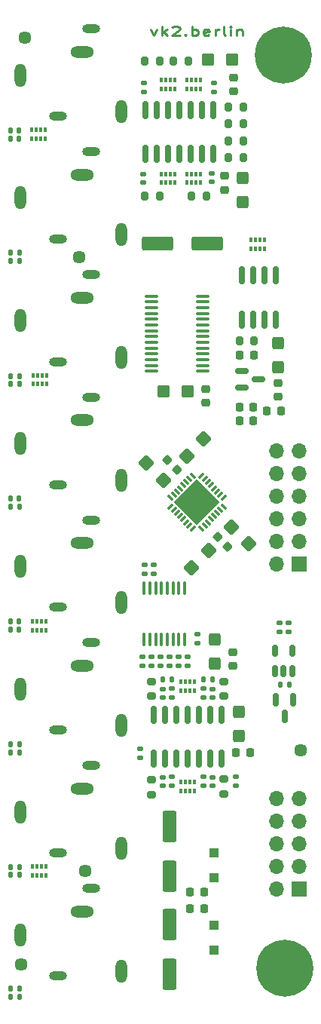
<source format=gbr>
%TF.GenerationSoftware,KiCad,Pcbnew,(6.0.11)*%
%TF.CreationDate,2023-02-21T23:01:44+01:00*%
%TF.ProjectId,eurorack-pmod-pcb,6575726f-7261-4636-9b2d-706d6f642d70,rev?*%
%TF.SameCoordinates,Original*%
%TF.FileFunction,Soldermask,Top*%
%TF.FilePolarity,Negative*%
%FSLAX46Y46*%
G04 Gerber Fmt 4.6, Leading zero omitted, Abs format (unit mm)*
G04 Created by KiCad (PCBNEW (6.0.11)) date 2023-02-21 23:01:44*
%MOMM*%
%LPD*%
G01*
G04 APERTURE LIST*
G04 Aperture macros list*
%AMRoundRect*
0 Rectangle with rounded corners*
0 $1 Rounding radius*
0 $2 $3 $4 $5 $6 $7 $8 $9 X,Y pos of 4 corners*
0 Add a 4 corners polygon primitive as box body*
4,1,4,$2,$3,$4,$5,$6,$7,$8,$9,$2,$3,0*
0 Add four circle primitives for the rounded corners*
1,1,$1+$1,$2,$3*
1,1,$1+$1,$4,$5*
1,1,$1+$1,$6,$7*
1,1,$1+$1,$8,$9*
0 Add four rect primitives between the rounded corners*
20,1,$1+$1,$2,$3,$4,$5,0*
20,1,$1+$1,$4,$5,$6,$7,0*
20,1,$1+$1,$6,$7,$8,$9,0*
20,1,$1+$1,$8,$9,$2,$3,0*%
%AMRotRect*
0 Rectangle, with rotation*
0 The origin of the aperture is its center*
0 $1 length*
0 $2 width*
0 $3 Rotation angle, in degrees counterclockwise*
0 Add horizontal line*
21,1,$1,$2,0,0,$3*%
G04 Aperture macros list end*
%ADD10C,0.250000*%
%ADD11C,1.452000*%
%ADD12RoundRect,0.062500X0.282843X-0.194454X-0.194454X0.282843X-0.282843X0.194454X0.194454X-0.282843X0*%
%ADD13RoundRect,0.062500X0.282843X0.194454X0.194454X0.282843X-0.282843X-0.194454X-0.194454X-0.282843X0*%
%ADD14RotRect,3.700000X3.700000X135.000000*%
%ADD15RoundRect,0.147500X0.147500X0.172500X-0.147500X0.172500X-0.147500X-0.172500X0.147500X-0.172500X0*%
%ADD16RoundRect,0.200000X-0.200000X-0.275000X0.200000X-0.275000X0.200000X0.275000X-0.200000X0.275000X0*%
%ADD17RoundRect,0.150000X-0.150000X0.825000X-0.150000X-0.825000X0.150000X-0.825000X0.150000X0.825000X0*%
%ADD18RoundRect,0.140000X0.170000X-0.140000X0.170000X0.140000X-0.170000X0.140000X-0.170000X-0.140000X0*%
%ADD19R,0.400000X0.500000*%
%ADD20R,0.300000X0.500000*%
%ADD21RoundRect,0.200000X0.275000X-0.200000X0.275000X0.200000X-0.275000X0.200000X-0.275000X-0.200000X0*%
%ADD22RoundRect,0.225000X0.335876X0.017678X0.017678X0.335876X-0.335876X-0.017678X-0.017678X-0.335876X0*%
%ADD23RoundRect,0.225000X0.250000X-0.225000X0.250000X0.225000X-0.250000X0.225000X-0.250000X-0.225000X0*%
%ADD24RoundRect,0.135000X-0.185000X0.135000X-0.185000X-0.135000X0.185000X-0.135000X0.185000X0.135000X0*%
%ADD25C,0.800000*%
%ADD26C,6.400000*%
%ADD27O,1.308000X2.616000*%
%ADD28O,2.016000X1.008000*%
%ADD29O,2.616000X1.308000*%
%ADD30R,1.100000X1.100000*%
%ADD31RoundRect,0.135000X0.185000X-0.135000X0.185000X0.135000X-0.185000X0.135000X-0.185000X-0.135000X0*%
%ADD32RoundRect,0.225000X-0.225000X-0.250000X0.225000X-0.250000X0.225000X0.250000X-0.225000X0.250000X0*%
%ADD33RoundRect,0.250000X-0.017678X-0.618718X0.618718X0.017678X0.017678X0.618718X-0.618718X-0.017678X0*%
%ADD34RoundRect,0.135000X-0.135000X-0.185000X0.135000X-0.185000X0.135000X0.185000X-0.135000X0.185000X0*%
%ADD35RoundRect,0.140000X-0.170000X0.140000X-0.170000X-0.140000X0.170000X-0.140000X0.170000X0.140000X0*%
%ADD36RoundRect,0.200000X-0.275000X0.200000X-0.275000X-0.200000X0.275000X-0.200000X0.275000X0.200000X0*%
%ADD37RoundRect,0.218750X0.218750X0.256250X-0.218750X0.256250X-0.218750X-0.256250X0.218750X-0.256250X0*%
%ADD38RoundRect,0.218750X-0.256250X0.218750X-0.256250X-0.218750X0.256250X-0.218750X0.256250X0.218750X0*%
%ADD39RoundRect,0.250000X0.550000X-1.500000X0.550000X1.500000X-0.550000X1.500000X-0.550000X-1.500000X0*%
%ADD40RoundRect,0.150000X-0.587500X-0.150000X0.587500X-0.150000X0.587500X0.150000X-0.587500X0.150000X0*%
%ADD41R,1.700000X1.700000*%
%ADD42O,1.700000X1.700000*%
%ADD43RoundRect,0.200000X0.200000X0.275000X-0.200000X0.275000X-0.200000X-0.275000X0.200000X-0.275000X0*%
%ADD44RoundRect,0.250000X-0.425000X0.450000X-0.425000X-0.450000X0.425000X-0.450000X0.425000X0.450000X0*%
%ADD45RoundRect,0.100000X-0.100000X0.637500X-0.100000X-0.637500X0.100000X-0.637500X0.100000X0.637500X0*%
%ADD46RoundRect,0.250000X0.425000X-0.450000X0.425000X0.450000X-0.425000X0.450000X-0.425000X-0.450000X0*%
%ADD47RoundRect,0.250000X-0.450000X-0.425000X0.450000X-0.425000X0.450000X0.425000X-0.450000X0.425000X0*%
%ADD48RoundRect,0.250000X0.450000X0.425000X-0.450000X0.425000X-0.450000X-0.425000X0.450000X-0.425000X0*%
%ADD49RoundRect,0.250000X0.618718X-0.017678X-0.017678X0.618718X-0.618718X0.017678X0.017678X-0.618718X0*%
%ADD50RoundRect,0.225000X-0.335876X-0.017678X-0.017678X-0.335876X0.335876X0.017678X0.017678X0.335876X0*%
%ADD51RoundRect,0.250000X0.017678X0.618718X-0.618718X-0.017678X-0.017678X-0.618718X0.618718X0.017678X0*%
%ADD52RoundRect,0.218750X-0.218750X-0.256250X0.218750X-0.256250X0.218750X0.256250X-0.218750X0.256250X0*%
%ADD53RoundRect,0.225000X0.225000X0.250000X-0.225000X0.250000X-0.225000X-0.250000X0.225000X-0.250000X0*%
%ADD54RoundRect,0.225000X-0.250000X0.225000X-0.250000X-0.225000X0.250000X-0.225000X0.250000X0.225000X0*%
%ADD55RoundRect,0.150000X-0.150000X0.587500X-0.150000X-0.587500X0.150000X-0.587500X0.150000X0.587500X0*%
%ADD56RoundRect,0.135000X0.135000X0.185000X-0.135000X0.185000X-0.135000X-0.185000X0.135000X-0.185000X0*%
%ADD57RoundRect,0.150000X0.150000X-0.825000X0.150000X0.825000X-0.150000X0.825000X-0.150000X-0.825000X0*%
%ADD58RoundRect,0.100000X0.637500X0.100000X-0.637500X0.100000X-0.637500X-0.100000X0.637500X-0.100000X0*%
%ADD59RoundRect,0.250000X-1.500000X-0.550000X1.500000X-0.550000X1.500000X0.550000X-1.500000X0.550000X0*%
%ADD60RoundRect,0.150000X0.150000X-0.512500X0.150000X0.512500X-0.150000X0.512500X-0.150000X-0.512500X0*%
%ADD61RoundRect,0.250000X-0.618718X0.017678X0.017678X-0.618718X0.618718X-0.017678X-0.017678X0.618718X0*%
G04 APERTURE END LIST*
D10*
X-3776800Y-903314D02*
X-3419657Y-1569980D01*
X-3062514Y-903314D01*
X-2491085Y-1569980D02*
X-2491085Y-569980D01*
X-2348228Y-1189028D02*
X-1919657Y-1569980D01*
X-1919657Y-903314D02*
X-2491085Y-1284266D01*
X-1348228Y-665219D02*
X-1276800Y-617600D01*
X-1133942Y-569980D01*
X-776800Y-569980D01*
X-633942Y-617600D01*
X-562514Y-665219D01*
X-491085Y-760457D01*
X-491085Y-855695D01*
X-562514Y-998552D01*
X-1419657Y-1569980D01*
X-491085Y-1569980D01*
X151771Y-1474742D02*
X223199Y-1522361D01*
X151771Y-1569980D01*
X80342Y-1522361D01*
X151771Y-1474742D01*
X151771Y-1569980D01*
X866057Y-1569980D02*
X866057Y-569980D01*
X866057Y-950933D02*
X1008914Y-903314D01*
X1294628Y-903314D01*
X1437485Y-950933D01*
X1508914Y-998552D01*
X1580342Y-1093790D01*
X1580342Y-1379504D01*
X1508914Y-1474742D01*
X1437485Y-1522361D01*
X1294628Y-1569980D01*
X1008914Y-1569980D01*
X866057Y-1522361D01*
X2794628Y-1522361D02*
X2651771Y-1569980D01*
X2366057Y-1569980D01*
X2223200Y-1522361D01*
X2151771Y-1427123D01*
X2151771Y-1046171D01*
X2223200Y-950933D01*
X2366057Y-903314D01*
X2651771Y-903314D01*
X2794628Y-950933D01*
X2866057Y-1046171D01*
X2866057Y-1141409D01*
X2151771Y-1236647D01*
X3508914Y-1569980D02*
X3508914Y-903314D01*
X3508914Y-1093790D02*
X3580342Y-998552D01*
X3651771Y-950933D01*
X3794628Y-903314D01*
X3937485Y-903314D01*
X4651771Y-1569980D02*
X4508914Y-1522361D01*
X4437485Y-1427123D01*
X4437485Y-569980D01*
X5223199Y-1569980D02*
X5223199Y-903314D01*
X5223199Y-569980D02*
X5151771Y-617600D01*
X5223199Y-665219D01*
X5294628Y-617600D01*
X5223199Y-569980D01*
X5223199Y-665219D01*
X5937485Y-903314D02*
X5937485Y-1569980D01*
X5937485Y-998552D02*
X6008914Y-950933D01*
X6151771Y-903314D01*
X6366057Y-903314D01*
X6508914Y-950933D01*
X6580342Y-1046171D01*
X6580342Y-1569980D01*
D11*
%TO.C,REF\u002A\u002A*%
X-11836400Y-26466800D03*
%TD*%
%TO.C,REF\u002A\u002A*%
X-11125200Y-95402400D03*
%TD*%
%TO.C,REF\u002A\u002A*%
X-18338800Y-105918000D03*
%TD*%
%TO.C,REF\u002A\u002A*%
X13106400Y-81889600D03*
%TD*%
%TO.C,REF\u002A\u002A*%
X-17881600Y-1828800D03*
%TD*%
D12*
%TO.C,U1*%
X1944727Y-56957223D03*
X2298280Y-56603670D03*
X2651834Y-56250117D03*
X3005387Y-55896563D03*
X3358940Y-55543010D03*
X3712494Y-55189457D03*
X4066047Y-54835903D03*
X4419600Y-54482350D03*
D13*
X4419600Y-53492400D03*
X4066047Y-53138847D03*
X3712494Y-52785293D03*
X3358940Y-52431740D03*
X3005387Y-52078187D03*
X2651834Y-51724633D03*
X2298280Y-51371080D03*
X1944727Y-51017527D03*
D12*
X954777Y-51017527D03*
X601224Y-51371080D03*
X247670Y-51724633D03*
X-105883Y-52078187D03*
X-459436Y-52431740D03*
X-812990Y-52785293D03*
X-1166543Y-53138847D03*
X-1520096Y-53492400D03*
D13*
X-1520096Y-54482350D03*
X-1166543Y-54835903D03*
X-812990Y-55189457D03*
X-459436Y-55543010D03*
X-105883Y-55896563D03*
X247670Y-56250117D03*
X601224Y-56603670D03*
X954777Y-56957223D03*
D14*
X1449752Y-53987375D03*
%TD*%
D15*
%TO.C,D7*%
X-18514200Y-39827200D03*
X-19484200Y-39827200D03*
%TD*%
D16*
%TO.C,R9*%
X851400Y-19608800D03*
X2501400Y-19608800D03*
%TD*%
D17*
%TO.C,U9*%
X10312400Y-28513000D03*
X9042400Y-28513000D03*
X7772400Y-28513000D03*
X6502400Y-28513000D03*
X6502400Y-33463000D03*
X7772400Y-33463000D03*
X9042400Y-33463000D03*
X10312400Y-33463000D03*
%TD*%
D18*
%TO.C,C18*%
X-4622800Y-18107600D03*
X-4622800Y-17147600D03*
%TD*%
D17*
%TO.C,U2*%
X4165600Y-77865200D03*
X2895600Y-77865200D03*
X1625600Y-77865200D03*
X355600Y-77865200D03*
X-914400Y-77865200D03*
X-2184400Y-77865200D03*
X-3454400Y-77865200D03*
X-3454400Y-82815200D03*
X-2184400Y-82815200D03*
X-914400Y-82815200D03*
X355600Y-82815200D03*
X1625600Y-82815200D03*
X2895600Y-82815200D03*
X4165600Y-82815200D03*
%TD*%
D15*
%TO.C,D18*%
X-18514200Y-109524800D03*
X-19484200Y-109524800D03*
%TD*%
D19*
%TO.C,RN11*%
X-17056800Y-95902400D03*
D20*
X-16556800Y-95902400D03*
X-16056800Y-95902400D03*
D19*
X-15556800Y-95902400D03*
X-15556800Y-94902400D03*
D20*
X-16056800Y-94902400D03*
X-16556800Y-94902400D03*
D19*
X-17056800Y-94902400D03*
%TD*%
D21*
%TO.C,R18*%
X4445000Y-75755000D03*
X4445000Y-74105000D03*
%TD*%
D16*
%TO.C,R13*%
X4966200Y-9626600D03*
X6616200Y-9626600D03*
%TD*%
D22*
%TO.C,C17*%
X-796145Y-50334055D03*
X-1892161Y-49238039D03*
%TD*%
D23*
%TO.C,C4*%
X5435600Y-72403000D03*
X5435600Y-70853000D03*
%TD*%
D15*
%TO.C,D11*%
X-18565000Y-67411600D03*
X-19535000Y-67411600D03*
%TD*%
%TO.C,D5*%
X-18514200Y-26009600D03*
X-19484200Y-26009600D03*
%TD*%
D24*
%TO.C,R2*%
X11734800Y-67562000D03*
X11734800Y-68582000D03*
%TD*%
D25*
%TO.C,REF\u002A\u002A*%
X12873056Y-2112944D03*
X8776000Y-3810000D03*
X9478944Y-2112944D03*
D26*
X11176000Y-3810000D03*
D25*
X12873056Y-5507056D03*
X11176000Y-1410000D03*
X11176000Y-6210000D03*
X13576000Y-3810000D03*
X9478944Y-5507056D03*
%TD*%
D27*
%TO.C,J10*%
X-18382000Y-88772626D03*
D28*
X-10482000Y-83572626D03*
D29*
X-11482000Y-86172626D03*
D28*
X-14182000Y-93372626D03*
D27*
X-7082000Y-92872626D03*
%TD*%
D30*
%TO.C,D2*%
X3352800Y-104270000D03*
X3352800Y-101470000D03*
%TD*%
D31*
%TO.C,R8*%
X-4394200Y-62054200D03*
X-4394200Y-61034200D03*
%TD*%
D32*
%TO.C,C27*%
X6260800Y-37515800D03*
X7810800Y-37515800D03*
%TD*%
D16*
%TO.C,R10*%
X4966200Y-15341600D03*
X6616200Y-15341600D03*
%TD*%
D27*
%TO.C,J5*%
X-18382000Y-19829771D03*
D28*
X-10482000Y-14629771D03*
D29*
X-11482000Y-17229771D03*
D28*
X-14182000Y-24429771D03*
D27*
X-7082000Y-23929771D03*
%TD*%
D33*
%TO.C,C12*%
X292053Y-48810241D03*
X2201241Y-46901053D03*
%TD*%
D34*
%TO.C,R4*%
X10816400Y-74523600D03*
X11836400Y-74523600D03*
%TD*%
D35*
%TO.C,C25*%
X3175000Y-84864000D03*
X3175000Y-85824000D03*
%TD*%
D18*
%TO.C,C19*%
X3073400Y-18031400D03*
X3073400Y-17071400D03*
%TD*%
D19*
%TO.C,RN6*%
X-369000Y-86428200D03*
D20*
X131000Y-86428200D03*
X631000Y-86428200D03*
D19*
X1131000Y-86428200D03*
X1131000Y-85428200D03*
D20*
X631000Y-85428200D03*
X131000Y-85428200D03*
D19*
X-369000Y-85428200D03*
%TD*%
%TO.C,RN7*%
X7501000Y-25527000D03*
D20*
X8001000Y-25527000D03*
X8501000Y-25527000D03*
D19*
X9001000Y-25527000D03*
X9001000Y-24527000D03*
D20*
X8501000Y-24527000D03*
X8001000Y-24527000D03*
D19*
X7501000Y-24527000D03*
%TD*%
D36*
%TO.C,R26*%
X-3683000Y-85154000D03*
X-3683000Y-86804000D03*
%TD*%
D23*
%TO.C,C9*%
X5537200Y-7874600D03*
X5537200Y-6324600D03*
%TD*%
D37*
%TO.C,L5*%
X10896700Y-43738800D03*
X9321700Y-43738800D03*
%TD*%
D24*
%TO.C,R24*%
X-1397000Y-74928000D03*
X-1397000Y-75948000D03*
%TD*%
D15*
%TO.C,D15*%
X-18514200Y-94945200D03*
X-19484200Y-94945200D03*
%TD*%
D16*
%TO.C,R33*%
X6210800Y-35864800D03*
X7860800Y-35864800D03*
%TD*%
D19*
%TO.C,RN8*%
X-17107600Y-13200000D03*
D20*
X-16607600Y-13200000D03*
X-16107600Y-13200000D03*
D19*
X-15607600Y-13200000D03*
X-15607600Y-12200000D03*
D20*
X-16107600Y-12200000D03*
X-16607600Y-12200000D03*
D19*
X-17107600Y-12200000D03*
%TD*%
D15*
%TO.C,D9*%
X-18530100Y-53594000D03*
X-19500100Y-53594000D03*
%TD*%
D38*
%TO.C,L6*%
X10566400Y-40589100D03*
X10566400Y-42164100D03*
%TD*%
D25*
%TO.C,REF\u002A\u002A*%
X11303000Y-108699000D03*
X13000056Y-107996056D03*
X9605944Y-104601944D03*
X13000056Y-104601944D03*
D26*
X11303000Y-106299000D03*
D25*
X9605944Y-107996056D03*
X13703000Y-106299000D03*
X11303000Y-103899000D03*
X8903000Y-106299000D03*
%TD*%
D39*
%TO.C,C5*%
X-1651000Y-96018000D03*
X-1651000Y-90418000D03*
%TD*%
D19*
%TO.C,RN10*%
X-17056800Y-68368800D03*
D20*
X-16556800Y-68368800D03*
X-16056800Y-68368800D03*
D19*
X-15556800Y-68368800D03*
X-15556800Y-67368800D03*
D20*
X-16056800Y-67368800D03*
X-16556800Y-67368800D03*
D19*
X-17056800Y-67368800D03*
%TD*%
D40*
%TO.C,U8*%
X6479300Y-39232800D03*
X6479300Y-41132800D03*
X8354300Y-40182800D03*
%TD*%
D41*
%TO.C,J1*%
X12954000Y-97459800D03*
D42*
X10414000Y-97459800D03*
X12954000Y-94919800D03*
X10414000Y-94919800D03*
X12954000Y-92379800D03*
X10414000Y-92379800D03*
X12954000Y-89839800D03*
X10414000Y-89839800D03*
X12954000Y-87299800D03*
X10414000Y-87299800D03*
%TD*%
D19*
%TO.C,RN3*%
X342200Y-7586600D03*
D20*
X842200Y-7586600D03*
X1342200Y-7586600D03*
D19*
X1842200Y-7586600D03*
X1842200Y-6586600D03*
D20*
X1342200Y-6586600D03*
X842200Y-6586600D03*
D19*
X342200Y-6586600D03*
%TD*%
D43*
%TO.C,R15*%
X-2781800Y-4445000D03*
X-4431800Y-4445000D03*
%TD*%
D44*
%TO.C,C1*%
X6553200Y-17573000D03*
X6553200Y-20273000D03*
%TD*%
D43*
%TO.C,R6*%
X-2781800Y-19659600D03*
X-4431800Y-19659600D03*
%TD*%
D36*
%TO.C,R30*%
X4470400Y-85077800D03*
X4470400Y-86727800D03*
%TD*%
D34*
%TO.C,R23*%
X-2415000Y-73914000D03*
X-1395000Y-73914000D03*
%TD*%
D19*
%TO.C,RN1*%
X-2578800Y-18127600D03*
D20*
X-2078800Y-18127600D03*
X-1578800Y-18127600D03*
D19*
X-1078800Y-18127600D03*
X-1078800Y-17127600D03*
D20*
X-1578800Y-17127600D03*
X-2078800Y-17127600D03*
D19*
X-2578800Y-17127600D03*
%TD*%
D24*
%TO.C,R25*%
X-660400Y-71346600D03*
X-660400Y-72366600D03*
%TD*%
D44*
%TO.C,C26*%
X10515600Y-36165800D03*
X10515600Y-38865800D03*
%TD*%
D45*
%TO.C,U4*%
X65200Y-63660100D03*
X-584800Y-63660100D03*
X-1234800Y-63660100D03*
X-1884800Y-63660100D03*
X-2534800Y-63660100D03*
X-3184800Y-63660100D03*
X-3834800Y-63660100D03*
X-4484800Y-63660100D03*
X-4484800Y-69385100D03*
X-3834800Y-69385100D03*
X-3184800Y-69385100D03*
X-2534800Y-69385100D03*
X-1884800Y-69385100D03*
X-1234800Y-69385100D03*
X-584800Y-69385100D03*
X65200Y-69385100D03*
%TD*%
D46*
%TO.C,C3*%
X3454400Y-72114400D03*
X3454400Y-69414400D03*
%TD*%
D30*
%TO.C,D1*%
X3352800Y-96142000D03*
X3352800Y-93342000D03*
%TD*%
D15*
%TO.C,D6*%
X-18514200Y-26924000D03*
X-19484200Y-26924000D03*
%TD*%
D24*
%TO.C,R11*%
X-4724400Y-71346600D03*
X-4724400Y-72366600D03*
%TD*%
D47*
%TO.C,C8*%
X2663200Y-4292600D03*
X5363200Y-4292600D03*
%TD*%
D48*
%TO.C,C28*%
X410200Y-41579800D03*
X-2289800Y-41579800D03*
%TD*%
D49*
%TO.C,C16*%
X-2319959Y-51502641D03*
X-4229147Y-49593453D03*
%TD*%
D50*
%TO.C,C14*%
X3797439Y-57924839D03*
X4893455Y-59020855D03*
%TD*%
D27*
%TO.C,J9*%
X-18382000Y-74984055D03*
D28*
X-10482000Y-69784055D03*
D29*
X-11482000Y-72384055D03*
D28*
X-14182000Y-79584055D03*
D27*
X-7082000Y-79084055D03*
%TD*%
D44*
%TO.C,C10*%
X6146800Y-77542400D03*
X6146800Y-80242400D03*
%TD*%
D31*
%TO.C,R27*%
X-1397000Y-85854000D03*
X-1397000Y-84834000D03*
%TD*%
D18*
%TO.C,C23*%
X-2413000Y-75918000D03*
X-2413000Y-74958000D03*
%TD*%
D51*
%TO.C,C13*%
X2760041Y-59448653D03*
X850853Y-61357841D03*
%TD*%
D19*
%TO.C,RN2*%
X342200Y-18127600D03*
D20*
X842200Y-18127600D03*
X1342200Y-18127600D03*
D19*
X1842200Y-18127600D03*
X1842200Y-17127600D03*
D20*
X1342200Y-17127600D03*
X842200Y-17127600D03*
D19*
X342200Y-17127600D03*
%TD*%
D37*
%TO.C,L4*%
X7772500Y-44856400D03*
X6197500Y-44856400D03*
%TD*%
D52*
%TO.C,L2*%
X660300Y-99645452D03*
X2235300Y-99645452D03*
%TD*%
D18*
%TO.C,C22*%
X3175000Y-75918000D03*
X3175000Y-74958000D03*
%TD*%
D31*
%TO.C,R31*%
X2159000Y-85852000D03*
X2159000Y-84832000D03*
%TD*%
D15*
%TO.C,D12*%
X-18565000Y-68326000D03*
X-19535000Y-68326000D03*
%TD*%
D53*
%TO.C,C11*%
X7379000Y-82092800D03*
X5829000Y-82092800D03*
%TD*%
D24*
%TO.C,R20*%
X2159000Y-74928000D03*
X2159000Y-75948000D03*
%TD*%
D21*
%TO.C,R22*%
X-3683000Y-75755000D03*
X-3683000Y-74105000D03*
%TD*%
D15*
%TO.C,D4*%
X-18530100Y-13157200D03*
X-19500100Y-13157200D03*
%TD*%
D16*
%TO.C,R16*%
X4966200Y-11531600D03*
X6616200Y-11531600D03*
%TD*%
D24*
%TO.C,R29*%
X355600Y-71346600D03*
X355600Y-72366600D03*
%TD*%
D15*
%TO.C,D16*%
X-18514200Y-95859600D03*
X-19484200Y-95859600D03*
%TD*%
D54*
%TO.C,C29*%
X2413000Y-41262000D03*
X2413000Y-42812000D03*
%TD*%
D52*
%TO.C,L1*%
X660300Y-97795000D03*
X2235300Y-97795000D03*
%TD*%
D15*
%TO.C,D17*%
X-18514200Y-108610400D03*
X-19484200Y-108610400D03*
%TD*%
D37*
%TO.C,L3*%
X7772500Y-43357800D03*
X6197500Y-43357800D03*
%TD*%
D24*
%TO.C,R3*%
X1524000Y-68779200D03*
X1524000Y-69799200D03*
%TD*%
D55*
%TO.C,Q1*%
X12227600Y-76176900D03*
X10327600Y-76176900D03*
X11277600Y-78051900D03*
%TD*%
D16*
%TO.C,R12*%
X-1193800Y-4470400D03*
X456200Y-4470400D03*
%TD*%
D54*
%TO.C,C2*%
X4546600Y-17360600D03*
X4546600Y-18910600D03*
%TD*%
D16*
%TO.C,R7*%
X4966200Y-13436600D03*
X6616200Y-13436600D03*
%TD*%
D31*
%TO.C,R5*%
X-3378200Y-62054200D03*
X-3378200Y-61034200D03*
%TD*%
D27*
%TO.C,J11*%
X-18382000Y-102561200D03*
D28*
X-10482000Y-97361200D03*
D29*
X-11482000Y-99961200D03*
D28*
X-14182000Y-107161200D03*
D27*
X-7082000Y-106661200D03*
%TD*%
D19*
%TO.C,RN9*%
X-16955200Y-40733600D03*
D20*
X-16455200Y-40733600D03*
X-15955200Y-40733600D03*
D19*
X-15455200Y-40733600D03*
X-15455200Y-39733600D03*
D20*
X-15955200Y-39733600D03*
X-16455200Y-39733600D03*
D19*
X-16955200Y-39733600D03*
%TD*%
D56*
%TO.C,R19*%
X3177000Y-73914000D03*
X2157000Y-73914000D03*
%TD*%
D31*
%TO.C,R28*%
X-4953000Y-82679000D03*
X-4953000Y-81659000D03*
%TD*%
D15*
%TO.C,D14*%
X-18514200Y-82092800D03*
X-19484200Y-82092800D03*
%TD*%
%TO.C,D8*%
X-18514200Y-40741600D03*
X-19484200Y-40741600D03*
%TD*%
D19*
%TO.C,RN4*%
X-2578800Y-7586600D03*
D20*
X-2078800Y-7586600D03*
X-1578800Y-7586600D03*
D19*
X-1078800Y-7586600D03*
X-1078800Y-6586600D03*
D20*
X-1578800Y-6586600D03*
X-2078800Y-6586600D03*
D19*
X-2578800Y-6586600D03*
%TD*%
D35*
%TO.C,C20*%
X3378200Y-6959600D03*
X3378200Y-7919600D03*
%TD*%
%TO.C,C24*%
X-2413000Y-84864000D03*
X-2413000Y-85824000D03*
%TD*%
D24*
%TO.C,R1*%
X10718800Y-67562000D03*
X10718800Y-68582000D03*
%TD*%
%TO.C,R14*%
X-3708400Y-71346600D03*
X-3708400Y-72366600D03*
%TD*%
%TO.C,R17*%
X-2692400Y-71346600D03*
X-2692400Y-72366600D03*
%TD*%
D57*
%TO.C,U3*%
X-4368800Y-14895600D03*
X-3098800Y-14895600D03*
X-1828800Y-14895600D03*
X-558800Y-14895600D03*
X711200Y-14895600D03*
X1981200Y-14895600D03*
X3251200Y-14895600D03*
X3251200Y-9945600D03*
X1981200Y-9945600D03*
X711200Y-9945600D03*
X-558800Y-9945600D03*
X-1828800Y-9945600D03*
X-3098800Y-9945600D03*
X-4368800Y-9945600D03*
%TD*%
D27*
%TO.C,J7*%
X-18382000Y-47406913D03*
D28*
X-10482000Y-42206913D03*
D29*
X-11482000Y-44806913D03*
D28*
X-14182000Y-52006913D03*
D27*
X-7082000Y-51506913D03*
%TD*%
D19*
%TO.C,RN5*%
X1131000Y-74176000D03*
D20*
X631000Y-74176000D03*
X131000Y-74176000D03*
D19*
X-369000Y-74176000D03*
X-369000Y-75176000D03*
D20*
X131000Y-75176000D03*
X631000Y-75176000D03*
D19*
X1131000Y-75176000D03*
%TD*%
D24*
%TO.C,R21*%
X-1676400Y-71346600D03*
X-1676400Y-72366600D03*
%TD*%
D31*
%TO.C,R32*%
X5791200Y-85852000D03*
X5791200Y-84832000D03*
%TD*%
D58*
%TO.C,U10*%
X2075100Y-39302400D03*
X2075100Y-38652400D03*
X2075100Y-38002400D03*
X2075100Y-37352400D03*
X2075100Y-36702400D03*
X2075100Y-36052400D03*
X2075100Y-35402400D03*
X2075100Y-34752400D03*
X2075100Y-34102400D03*
X2075100Y-33452400D03*
X2075100Y-32802400D03*
X2075100Y-32152400D03*
X2075100Y-31502400D03*
X2075100Y-30852400D03*
X-3649900Y-30852400D03*
X-3649900Y-31502400D03*
X-3649900Y-32152400D03*
X-3649900Y-32802400D03*
X-3649900Y-33452400D03*
X-3649900Y-34102400D03*
X-3649900Y-34752400D03*
X-3649900Y-35402400D03*
X-3649900Y-36052400D03*
X-3649900Y-36702400D03*
X-3649900Y-37352400D03*
X-3649900Y-38002400D03*
X-3649900Y-38652400D03*
X-3649900Y-39302400D03*
%TD*%
D59*
%TO.C,C15*%
X-3003200Y-24968200D03*
X2596800Y-24968200D03*
%TD*%
D35*
%TO.C,C21*%
X-4495800Y-6959600D03*
X-4495800Y-7919600D03*
%TD*%
D15*
%TO.C,D3*%
X-18530100Y-12242800D03*
X-19500100Y-12242800D03*
%TD*%
D27*
%TO.C,J4*%
X-18382000Y-6041200D03*
D28*
X-10482000Y-841200D03*
D29*
X-11482000Y-3441200D03*
D28*
X-14182000Y-10641200D03*
D27*
X-7082000Y-10141200D03*
%TD*%
%TO.C,J6*%
X-18382000Y-33618342D03*
D28*
X-10482000Y-28418342D03*
D29*
X-11482000Y-31018342D03*
D28*
X-14182000Y-38218342D03*
D27*
X-7082000Y-37718342D03*
%TD*%
%TO.C,J8*%
X-18382000Y-61195484D03*
D28*
X-10482000Y-55995484D03*
D29*
X-11482000Y-58595484D03*
D28*
X-14182000Y-65795484D03*
D27*
X-7082000Y-65295484D03*
%TD*%
D15*
%TO.C,D13*%
X-18514200Y-81178400D03*
X-19484200Y-81178400D03*
%TD*%
D60*
%TO.C,U5*%
X10226000Y-72917900D03*
X11176000Y-72917900D03*
X12126000Y-72917900D03*
X12126000Y-70642900D03*
X10226000Y-70642900D03*
%TD*%
D61*
%TO.C,C7*%
X5321253Y-56756253D03*
X7230441Y-58665441D03*
%TD*%
D41*
%TO.C,J2*%
X12954000Y-60960000D03*
D42*
X10414000Y-60960000D03*
X12954000Y-58420000D03*
X10414000Y-58420000D03*
X12954000Y-55880000D03*
X10414000Y-55880000D03*
X12954000Y-53340000D03*
X10414000Y-53340000D03*
X12954000Y-50800000D03*
X10414000Y-50800000D03*
X12954000Y-48260000D03*
X10414000Y-48260000D03*
%TD*%
D15*
%TO.C,D10*%
X-18514200Y-54508400D03*
X-19484200Y-54508400D03*
%TD*%
D39*
%TO.C,C6*%
X-1600200Y-106990800D03*
X-1600200Y-101390800D03*
%TD*%
M02*

</source>
